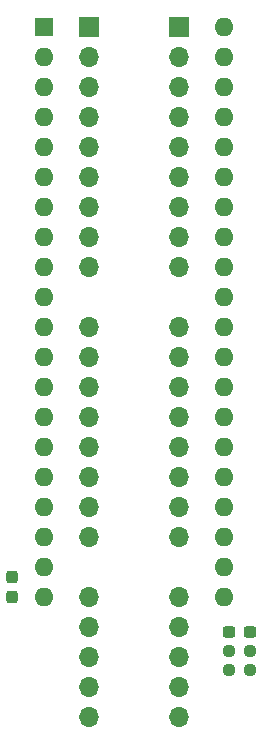
<source format=gbr>
G04 #@! TF.GenerationSoftware,KiCad,Pcbnew,8.0.4+dfsg-1*
G04 #@! TF.CreationDate,2025-03-02T15:20:18+09:00*
G04 #@! TF.ProjectId,bionic-tms9981,62696f6e-6963-42d7-946d-73393938312e,4*
G04 #@! TF.SameCoordinates,Original*
G04 #@! TF.FileFunction,Soldermask,Bot*
G04 #@! TF.FilePolarity,Negative*
%FSLAX46Y46*%
G04 Gerber Fmt 4.6, Leading zero omitted, Abs format (unit mm)*
G04 Created by KiCad (PCBNEW 8.0.4+dfsg-1) date 2025-03-02 15:20:18*
%MOMM*%
%LPD*%
G01*
G04 APERTURE LIST*
G04 Aperture macros list*
%AMRoundRect*
0 Rectangle with rounded corners*
0 $1 Rounding radius*
0 $2 $3 $4 $5 $6 $7 $8 $9 X,Y pos of 4 corners*
0 Add a 4 corners polygon primitive as box body*
4,1,4,$2,$3,$4,$5,$6,$7,$8,$9,$2,$3,0*
0 Add four circle primitives for the rounded corners*
1,1,$1+$1,$2,$3*
1,1,$1+$1,$4,$5*
1,1,$1+$1,$6,$7*
1,1,$1+$1,$8,$9*
0 Add four rect primitives between the rounded corners*
20,1,$1+$1,$2,$3,$4,$5,0*
20,1,$1+$1,$4,$5,$6,$7,0*
20,1,$1+$1,$6,$7,$8,$9,0*
20,1,$1+$1,$8,$9,$2,$3,0*%
G04 Aperture macros list end*
%ADD10R,1.600000X1.600000*%
%ADD11O,1.600000X1.600000*%
%ADD12R,1.700000X1.700000*%
%ADD13O,1.700000X1.700000*%
%ADD14RoundRect,0.237500X-0.250000X-0.237500X0.250000X-0.237500X0.250000X0.237500X-0.250000X0.237500X0*%
%ADD15RoundRect,0.237500X0.300000X0.237500X-0.300000X0.237500X-0.300000X-0.237500X0.300000X-0.237500X0*%
%ADD16RoundRect,0.237500X0.237500X-0.300000X0.237500X0.300000X-0.237500X0.300000X-0.237500X-0.300000X0*%
%ADD17RoundRect,0.237500X0.250000X0.237500X-0.250000X0.237500X-0.250000X-0.237500X0.250000X-0.237500X0*%
G04 APERTURE END LIST*
D10*
X106080000Y-75080000D03*
D11*
X106080000Y-77620000D03*
X106080000Y-80160000D03*
X106080000Y-82700000D03*
X106080000Y-85240000D03*
X106080000Y-87780000D03*
X106080000Y-90320000D03*
X106080000Y-92860000D03*
X106080000Y-95400000D03*
X106080000Y-97940000D03*
X106080000Y-100480000D03*
X106080000Y-103020000D03*
X106080000Y-105560000D03*
X106080000Y-108100000D03*
X106080000Y-110640000D03*
X106080000Y-113180000D03*
X106080000Y-115720000D03*
X106080000Y-118260000D03*
X106080000Y-120800000D03*
X106080000Y-123340000D03*
X121320000Y-123340000D03*
X121320000Y-120800000D03*
X121320000Y-118260000D03*
X121320000Y-115720000D03*
X121320000Y-113180000D03*
X121320000Y-110640000D03*
X121320000Y-108100000D03*
X121320000Y-105560000D03*
X121320000Y-103020000D03*
X121320000Y-100480000D03*
X121320000Y-97940000D03*
X121320000Y-95400000D03*
X121320000Y-92860000D03*
X121320000Y-90320000D03*
X121320000Y-87780000D03*
X121320000Y-85240000D03*
X121320000Y-82700000D03*
X121320000Y-80160000D03*
X121320000Y-77620000D03*
X121320000Y-75080000D03*
D12*
X109890000Y-75080000D03*
D13*
X109890000Y-77620000D03*
X109890000Y-80160000D03*
X109890000Y-82700000D03*
X109890000Y-85240000D03*
X109890000Y-87780000D03*
X109890000Y-90320000D03*
X109890000Y-92860000D03*
X109890000Y-95400000D03*
X109890000Y-100480000D03*
X109890000Y-103020000D03*
X109890000Y-105560000D03*
X109890000Y-108100000D03*
X109890000Y-110640000D03*
X109890000Y-113180000D03*
X109890000Y-115720000D03*
X109890000Y-118260000D03*
X109890000Y-123340000D03*
X109890000Y-125880000D03*
X109890000Y-128420000D03*
X109890000Y-130960000D03*
X109890000Y-133500000D03*
D14*
X121702900Y-129537600D03*
X123527900Y-129537600D03*
D15*
X123477900Y-126261000D03*
X121752900Y-126261000D03*
D13*
X117510000Y-133500000D03*
X117510000Y-130960000D03*
X117510000Y-128420000D03*
X117510000Y-125880000D03*
X117510000Y-123340000D03*
X117510000Y-118260000D03*
X117510000Y-115720000D03*
X117510000Y-113180000D03*
X117510000Y-110640000D03*
X117510000Y-108100000D03*
X117510000Y-105560000D03*
X117510000Y-103020000D03*
X117510000Y-100480000D03*
X117510000Y-95400000D03*
X117510000Y-92860000D03*
X117510000Y-90320000D03*
X117510000Y-87780000D03*
X117510000Y-85240000D03*
X117510000Y-82700000D03*
X117510000Y-80160000D03*
X117510000Y-77620000D03*
D12*
X117510000Y-75080000D03*
D16*
X103336800Y-123338900D03*
X103336800Y-121613900D03*
D17*
X123527900Y-127886600D03*
X121702900Y-127886600D03*
M02*

</source>
